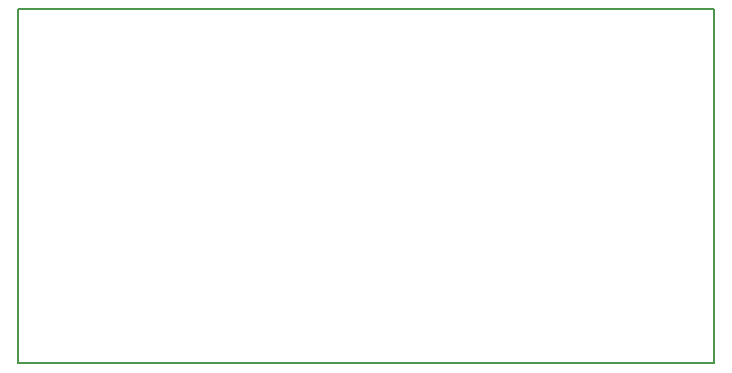
<source format=gbr>
G04 #@! TF.GenerationSoftware,KiCad,Pcbnew,(5.0.2)-1*
G04 #@! TF.CreationDate,2020-03-07T14:31:03-08:00*
G04 #@! TF.ProjectId,PA Rev 4.0,50412052-6576-4203-942e-302e6b696361,rev?*
G04 #@! TF.SameCoordinates,Original*
G04 #@! TF.FileFunction,Profile,NP*
%FSLAX46Y46*%
G04 Gerber Fmt 4.6, Leading zero omitted, Abs format (unit mm)*
G04 Created by KiCad (PCBNEW (5.0.2)-1) date 3/7/2020 2:31:03 PM*
%MOMM*%
%LPD*%
G01*
G04 APERTURE LIST*
%ADD10C,0.150000*%
G04 APERTURE END LIST*
D10*
X40640000Y-77216000D02*
X40640000Y-47244000D01*
X99568000Y-77216000D02*
X40640000Y-77216000D01*
X99568000Y-47244000D02*
X99568000Y-77216000D01*
X40640000Y-47244000D02*
X99568000Y-47244000D01*
M02*

</source>
